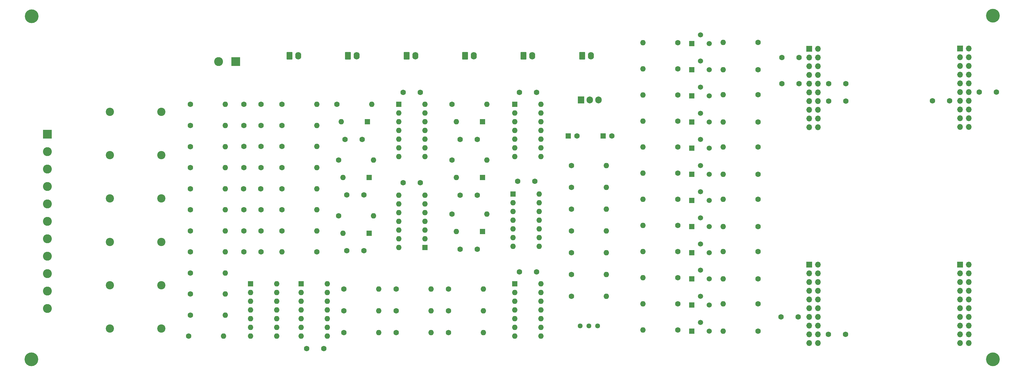
<source format=gbr>
%TF.GenerationSoftware,KiCad,Pcbnew,7.0.7*%
%TF.CreationDate,2023-09-20T11:02:49-05:00*%
%TF.ProjectId,SCR,5343522e-6b69-4636-9164-5f7063625858,rev?*%
%TF.SameCoordinates,Original*%
%TF.FileFunction,Soldermask,Top*%
%TF.FilePolarity,Negative*%
%FSLAX46Y46*%
G04 Gerber Fmt 4.6, Leading zero omitted, Abs format (unit mm)*
G04 Created by KiCad (PCBNEW 7.0.7) date 2023-09-20 11:02:49*
%MOMM*%
%LPD*%
G01*
G04 APERTURE LIST*
G04 Aperture macros list*
%AMRoundRect*
0 Rectangle with rounded corners*
0 $1 Rounding radius*
0 $2 $3 $4 $5 $6 $7 $8 $9 X,Y pos of 4 corners*
0 Add a 4 corners polygon primitive as box body*
4,1,4,$2,$3,$4,$5,$6,$7,$8,$9,$2,$3,0*
0 Add four circle primitives for the rounded corners*
1,1,$1+$1,$2,$3*
1,1,$1+$1,$4,$5*
1,1,$1+$1,$6,$7*
1,1,$1+$1,$8,$9*
0 Add four rect primitives between the rounded corners*
20,1,$1+$1,$2,$3,$4,$5,0*
20,1,$1+$1,$4,$5,$6,$7,0*
20,1,$1+$1,$6,$7,$8,$9,0*
20,1,$1+$1,$8,$9,$2,$3,0*%
G04 Aperture macros list end*
%ADD10C,1.600000*%
%ADD11O,1.600000X1.600000*%
%ADD12R,1.600000X1.600000*%
%ADD13R,1.905000X2.000000*%
%ADD14O,1.905000X2.000000*%
%ADD15R,1.500000X1.500000*%
%ADD16C,1.500000*%
%ADD17R,2.600000X2.600000*%
%ADD18C,2.600000*%
%ADD19R,1.700000X1.700000*%
%ADD20O,1.700000X1.700000*%
%ADD21C,4.000000*%
%ADD22C,2.400000*%
%ADD23RoundRect,0.250000X-0.620000X-0.845000X0.620000X-0.845000X0.620000X0.845000X-0.620000X0.845000X0*%
%ADD24O,1.740000X2.190000*%
%ADD25C,1.440000*%
G04 APERTURE END LIST*
D10*
%TO.C,R10*%
X119644000Y-173638629D03*
D11*
X129804000Y-173638629D03*
%TD*%
D10*
%TO.C,C8*%
X135168000Y-130556000D03*
X140168000Y-130556000D03*
%TD*%
%TO.C,R30*%
X162834000Y-134610000D03*
D11*
X172994000Y-134610000D03*
%TD*%
D10*
%TO.C,R54*%
X284988000Y-138684000D03*
D11*
X274828000Y-138684000D03*
%TD*%
D10*
%TO.C,C13*%
X140168000Y-161354267D03*
X135168000Y-161354267D03*
%TD*%
D12*
%TO.C,D6*%
X171724000Y-155946000D03*
D11*
X164104000Y-155946000D03*
%TD*%
D13*
%TO.C,U8*%
X233415200Y-117064181D03*
D14*
X235955200Y-117064181D03*
X238495200Y-117064181D03*
%TD*%
D10*
%TO.C,R48*%
X261620000Y-115570000D03*
D11*
X251460000Y-115570000D03*
%TD*%
D10*
%TO.C,R47*%
X261620000Y-123190000D03*
D11*
X251460000Y-123190000D03*
%TD*%
D12*
%TO.C,D3*%
X204734000Y-123439000D03*
D11*
X197114000Y-123439000D03*
%TD*%
D12*
%TO.C,U4*%
X187960000Y-160020000D03*
D11*
X187960000Y-157480000D03*
X187960000Y-154940000D03*
X187960000Y-152400000D03*
X187960000Y-149860000D03*
X187960000Y-147320000D03*
X187960000Y-144780000D03*
X180340000Y-144780000D03*
X180340000Y-147320000D03*
X180340000Y-149860000D03*
X180340000Y-152400000D03*
X180340000Y-154940000D03*
X180340000Y-157480000D03*
X180340000Y-160020000D03*
%TD*%
D10*
%TO.C,R62*%
X284988000Y-169164000D03*
D11*
X274828000Y-169164000D03*
%TD*%
D10*
%TO.C,C10*%
X135128000Y-142927724D03*
X140128000Y-142927724D03*
%TD*%
%TO.C,R25*%
X179588000Y-178557000D03*
D11*
X189748000Y-178557000D03*
%TD*%
D10*
%TO.C,R52*%
X261620000Y-130802000D03*
D11*
X251460000Y-130802000D03*
%TD*%
D12*
%TO.C,D1*%
X171724000Y-139690000D03*
D11*
X164104000Y-139690000D03*
%TD*%
D10*
%TO.C,R61*%
X284988000Y-161274000D03*
D11*
X274828000Y-161274000D03*
%TD*%
D10*
%TO.C,R23*%
X164348000Y-184907000D03*
D11*
X174508000Y-184907000D03*
%TD*%
D15*
%TO.C,Q1*%
X265684000Y-108204000D03*
D16*
X268224000Y-105664000D03*
X270764000Y-108204000D03*
%TD*%
D10*
%TO.C,R55*%
X261620000Y-153662000D03*
D11*
X251460000Y-153662000D03*
%TD*%
D10*
%TO.C,R24*%
X179588000Y-172207000D03*
D11*
X189748000Y-172207000D03*
%TD*%
D17*
%TO.C,J8*%
X77998000Y-127067181D03*
D18*
X77998000Y-132147181D03*
X77998000Y-137227181D03*
X77998000Y-142307181D03*
X77998000Y-147387181D03*
X77998000Y-152467181D03*
X77998000Y-157547181D03*
X77998000Y-162627181D03*
X77998000Y-167707181D03*
X77998000Y-172787181D03*
X77998000Y-177867181D03*
%TD*%
D10*
%TO.C,C17*%
X169632000Y-128524000D03*
X164632000Y-128524000D03*
%TD*%
%TO.C,R32*%
X195844000Y-118359000D03*
D11*
X206004000Y-118359000D03*
%TD*%
D10*
%TO.C,R27*%
X194828000Y-172207000D03*
D11*
X204988000Y-172207000D03*
%TD*%
D10*
%TO.C,R56*%
X261620000Y-146042000D03*
D11*
X251460000Y-146042000D03*
%TD*%
D10*
%TO.C,C15*%
X153456000Y-189484000D03*
X158456000Y-189484000D03*
%TD*%
%TO.C,C20*%
X203160000Y-144780000D03*
X198160000Y-144780000D03*
%TD*%
D19*
%TO.C,J4-J2*%
X343789000Y-102065381D03*
D20*
X346329000Y-102065381D03*
X343789000Y-104605381D03*
X346329000Y-104605381D03*
X343789000Y-107145381D03*
X346329000Y-107145381D03*
X343789000Y-109685381D03*
X346329000Y-109685381D03*
X343789000Y-112225381D03*
X346329000Y-112225381D03*
X343789000Y-114765381D03*
X346329000Y-114765381D03*
X343789000Y-117305381D03*
X346329000Y-117305381D03*
X343789000Y-119845381D03*
X346329000Y-119845381D03*
X343789000Y-122385381D03*
X346329000Y-122385381D03*
X343789000Y-124925381D03*
X346329000Y-124925381D03*
%TD*%
D10*
%TO.C,R31*%
X162316000Y-118359000D03*
D11*
X172476000Y-118359000D03*
%TD*%
D15*
%TO.C,Q12*%
X265684000Y-176784000D03*
D16*
X268224000Y-174244000D03*
X270764000Y-176784000D03*
%TD*%
D15*
%TO.C,Q11*%
X265684000Y-184404000D03*
D16*
X268224000Y-181864000D03*
X270764000Y-184404000D03*
%TD*%
D10*
%TO.C,C9*%
X135168000Y-136785543D03*
X140168000Y-136785543D03*
%TD*%
%TO.C,R33*%
X195844000Y-150363000D03*
D11*
X206004000Y-150363000D03*
%TD*%
D10*
%TO.C,C30*%
X186624000Y-114818000D03*
X181624000Y-114818000D03*
%TD*%
D12*
%TO.C,U2*%
X151912000Y-170678000D03*
D11*
X151912000Y-173218000D03*
X151912000Y-175758000D03*
X151912000Y-178298000D03*
X151912000Y-180838000D03*
X151912000Y-183378000D03*
X151912000Y-185918000D03*
X159532000Y-185918000D03*
X159532000Y-183378000D03*
X159532000Y-180838000D03*
X159532000Y-178298000D03*
X159532000Y-175758000D03*
X159532000Y-173218000D03*
X159532000Y-170678000D03*
%TD*%
D21*
%TO.C,REF\u002A\u002A*%
X353360000Y-92524000D03*
%TD*%
D10*
%TO.C,C31*%
X181604000Y-141198000D03*
X186604000Y-141198000D03*
%TD*%
D12*
%TO.C,D4*%
X204734000Y-155443000D03*
D11*
X197114000Y-155443000D03*
%TD*%
D22*
%TO.C,C2*%
X111126000Y-145780499D03*
X96126000Y-145780499D03*
%TD*%
D10*
%TO.C,R35*%
X162834000Y-150866000D03*
D11*
X172994000Y-150866000D03*
%TD*%
D10*
%TO.C,R19*%
X146304000Y-155212086D03*
D11*
X156464000Y-155212086D03*
%TD*%
D10*
%TO.C,R44*%
X261620000Y-100330000D03*
D11*
X251460000Y-100330000D03*
%TD*%
D22*
%TO.C,C1*%
X111126000Y-120508833D03*
X96126000Y-120508833D03*
%TD*%
D19*
%TO.C,J8-J6*%
X343789000Y-165090381D03*
D20*
X346329000Y-165090381D03*
X343789000Y-167630381D03*
X346329000Y-167630381D03*
X343789000Y-170170381D03*
X346329000Y-170170381D03*
X343789000Y-172710381D03*
X346329000Y-172710381D03*
X343789000Y-175250381D03*
X346329000Y-175250381D03*
X343789000Y-177790381D03*
X346329000Y-177790381D03*
X343789000Y-180330381D03*
X346329000Y-180330381D03*
X343789000Y-182870381D03*
X346329000Y-182870381D03*
X343789000Y-185410381D03*
X346329000Y-185410381D03*
X343789000Y-187950381D03*
X346329000Y-187950381D03*
%TD*%
D10*
%TO.C,C33*%
X219924000Y-140716000D03*
X214924000Y-140716000D03*
%TD*%
%TO.C,R39*%
X230632000Y-161544000D03*
D11*
X240792000Y-161544000D03*
%TD*%
D10*
%TO.C,C34*%
X220432000Y-167132000D03*
X215432000Y-167132000D03*
%TD*%
%TO.C,R11*%
X119136000Y-185923000D03*
D11*
X129296000Y-185923000D03*
%TD*%
D12*
%TO.C,U1*%
X137180000Y-170678000D03*
D11*
X137180000Y-173218000D03*
X137180000Y-175758000D03*
X137180000Y-178298000D03*
X137180000Y-180838000D03*
X137180000Y-183378000D03*
X137180000Y-185918000D03*
X144800000Y-185918000D03*
X144800000Y-183378000D03*
X144800000Y-180838000D03*
X144800000Y-178298000D03*
X144800000Y-175758000D03*
X144800000Y-173218000D03*
X144800000Y-170678000D03*
%TD*%
D15*
%TO.C,Q9*%
X265684000Y-169164000D03*
D16*
X268224000Y-166624000D03*
X270764000Y-169164000D03*
%TD*%
D10*
%TO.C,R2*%
X119644000Y-142927724D03*
D11*
X129804000Y-142927724D03*
%TD*%
D22*
%TO.C,C4*%
X111126000Y-171052165D03*
X96126000Y-171052165D03*
%TD*%
D19*
%TO.C,J1-J3*%
X299861600Y-102115381D03*
D20*
X302401600Y-102115381D03*
X299861600Y-104655381D03*
X302401600Y-104655381D03*
X299861600Y-107195381D03*
X302401600Y-107195381D03*
X299861600Y-109735381D03*
X302401600Y-109735381D03*
X299861600Y-112275381D03*
X302401600Y-112275381D03*
X299861600Y-114815381D03*
X302401600Y-114815381D03*
X299861600Y-117355381D03*
X302401600Y-117355381D03*
X299861600Y-119895381D03*
X302401600Y-119895381D03*
X299861600Y-122435381D03*
X302401600Y-122435381D03*
X299861600Y-124975381D03*
X302401600Y-124975381D03*
%TD*%
D10*
%TO.C,C18*%
X203160000Y-128524000D03*
X198160000Y-128524000D03*
%TD*%
%TO.C,C24*%
X291672000Y-180330381D03*
X296672000Y-180330381D03*
%TD*%
%TO.C,R28*%
X194828000Y-178557000D03*
D11*
X204988000Y-178557000D03*
%TD*%
D21*
%TO.C,REF\u002A\u002A*%
X353360000Y-192624000D03*
%TD*%
D10*
%TO.C,R40*%
X230632000Y-167894000D03*
D11*
X240792000Y-167894000D03*
%TD*%
D10*
%TO.C,R60*%
X261620000Y-161282000D03*
D11*
X251460000Y-161282000D03*
%TD*%
D10*
%TO.C,R42*%
X230632000Y-174244000D03*
D11*
X240792000Y-174244000D03*
%TD*%
D10*
%TO.C,C16*%
X170140000Y-144770000D03*
X165140000Y-144770000D03*
%TD*%
%TO.C,C21*%
X170140000Y-161026000D03*
X165140000Y-161026000D03*
%TD*%
D15*
%TO.C,Q10*%
X265684000Y-161544000D03*
D16*
X268224000Y-159004000D03*
X270764000Y-161544000D03*
%TD*%
D10*
%TO.C,R18*%
X146304000Y-124501181D03*
D11*
X156464000Y-124501181D03*
%TD*%
D10*
%TO.C,R7*%
X119644000Y-124501181D03*
D11*
X129804000Y-124501181D03*
%TD*%
D10*
%TO.C,R43*%
X261620000Y-107950000D03*
D11*
X251460000Y-107950000D03*
%TD*%
D10*
%TO.C,R17*%
X146304000Y-149069905D03*
D11*
X156464000Y-149069905D03*
%TD*%
D23*
%TO.C,J6*%
X148478000Y-104217181D03*
D24*
X151018000Y-104217181D03*
%TD*%
D12*
%TO.C,U6*%
X213624000Y-144521000D03*
D11*
X213624000Y-147061000D03*
X213624000Y-149601000D03*
X213624000Y-152141000D03*
X213624000Y-154681000D03*
X213624000Y-157221000D03*
X213624000Y-159761000D03*
X221244000Y-159761000D03*
X221244000Y-157221000D03*
X221244000Y-154681000D03*
X221244000Y-152141000D03*
X221244000Y-149601000D03*
X221244000Y-147061000D03*
X221244000Y-144521000D03*
%TD*%
D17*
%TO.C,J7*%
X132812000Y-105862000D03*
D18*
X127812000Y-105862000D03*
%TD*%
D10*
%TO.C,R6*%
X119644000Y-130643362D03*
D11*
X129804000Y-130643362D03*
%TD*%
D23*
%TO.C,J1*%
X233728000Y-104217181D03*
D24*
X236268000Y-104217181D03*
%TD*%
D21*
%TO.C,REF\u002A\u002A*%
X73360000Y-92624000D03*
%TD*%
D10*
%TO.C,R13*%
X146304000Y-118359000D03*
D11*
X156464000Y-118359000D03*
%TD*%
D10*
%TO.C,R5*%
X119644000Y-179780810D03*
D11*
X129804000Y-179780810D03*
%TD*%
D10*
%TO.C,C12*%
X135168000Y-124501181D03*
X140168000Y-124501181D03*
%TD*%
%TO.C,C7*%
X140198000Y-118359000D03*
X135198000Y-118359000D03*
%TD*%
%TO.C,R45*%
X284988000Y-100322000D03*
D11*
X274828000Y-100322000D03*
%TD*%
D10*
%TO.C,R65*%
X284988000Y-176514000D03*
D11*
X274828000Y-176514000D03*
%TD*%
D10*
%TO.C,C26*%
X335729600Y-117305381D03*
X340729600Y-117305381D03*
%TD*%
D23*
%TO.C,J4*%
X216678000Y-104217181D03*
D24*
X219218000Y-104217181D03*
%TD*%
D10*
%TO.C,R64*%
X261620000Y-176522000D03*
D11*
X251460000Y-176522000D03*
%TD*%
D10*
%TO.C,R37*%
X230632000Y-148844000D03*
D11*
X240792000Y-148844000D03*
%TD*%
D22*
%TO.C,C6*%
X111126000Y-133144666D03*
X96126000Y-133144666D03*
%TD*%
D12*
%TO.C,D5*%
X204734000Y-139695000D03*
D11*
X197114000Y-139695000D03*
%TD*%
D22*
%TO.C,C3*%
X111126000Y-158416332D03*
X96126000Y-158416332D03*
%TD*%
D10*
%TO.C,R1*%
X119644000Y-118359000D03*
D11*
X129804000Y-118359000D03*
%TD*%
D10*
%TO.C,C23*%
X310500400Y-112275381D03*
X305500400Y-112275381D03*
%TD*%
D15*
%TO.C,Q3*%
X265684000Y-123444000D03*
D16*
X268224000Y-120904000D03*
X270764000Y-123444000D03*
%TD*%
D10*
%TO.C,R29*%
X194828000Y-184907000D03*
D11*
X204988000Y-184907000D03*
%TD*%
D10*
%TO.C,R12*%
X119644000Y-136785543D03*
D11*
X129804000Y-136785543D03*
%TD*%
D23*
%TO.C,J2*%
X182578000Y-104217181D03*
D24*
X185118000Y-104217181D03*
%TD*%
D15*
%TO.C,Q8*%
X265684000Y-146304000D03*
D16*
X268224000Y-143764000D03*
X270764000Y-146304000D03*
%TD*%
D19*
%TO.C,J5-J7*%
X299861600Y-165090381D03*
D20*
X302401600Y-165090381D03*
X299861600Y-167630381D03*
X302401600Y-167630381D03*
X299861600Y-170170381D03*
X302401600Y-170170381D03*
X299861600Y-172710381D03*
X302401600Y-172710381D03*
X299861600Y-175250381D03*
X302401600Y-175250381D03*
X299861600Y-177790381D03*
X302401600Y-177790381D03*
X299861600Y-180330381D03*
X302401600Y-180330381D03*
X299861600Y-182870381D03*
X302401600Y-182870381D03*
X299861600Y-185410381D03*
X302401600Y-185410381D03*
X299861600Y-187950381D03*
X302401600Y-187950381D03*
%TD*%
D15*
%TO.C,Q5*%
X265684000Y-138684000D03*
D16*
X268224000Y-136144000D03*
X270764000Y-138684000D03*
%TD*%
D10*
%TO.C,R20*%
X156464000Y-161354267D03*
D11*
X146304000Y-161354267D03*
%TD*%
D10*
%TO.C,R36*%
X230632000Y-142494000D03*
D11*
X240792000Y-142494000D03*
%TD*%
D10*
%TO.C,R15*%
X146304000Y-136785543D03*
D11*
X156464000Y-136785543D03*
%TD*%
D10*
%TO.C,R9*%
X119644000Y-161354267D03*
D11*
X129804000Y-161354267D03*
%TD*%
D10*
%TO.C,R46*%
X284988000Y-108204000D03*
D11*
X274828000Y-108204000D03*
%TD*%
D23*
%TO.C,J5*%
X199628000Y-104217181D03*
D24*
X202168000Y-104217181D03*
%TD*%
D25*
%TO.C,RV1*%
X238252000Y-182880000D03*
X235712000Y-182880000D03*
X233172000Y-182880000D03*
%TD*%
D10*
%TO.C,R22*%
X164348000Y-178557000D03*
D11*
X174508000Y-178557000D03*
%TD*%
D10*
%TO.C,C29*%
X305500400Y-117355381D03*
X310500400Y-117355381D03*
%TD*%
%TO.C,R58*%
X284988000Y-153924000D03*
D11*
X274828000Y-153924000D03*
%TD*%
D12*
%TO.C,C35*%
X229713621Y-127508000D03*
D10*
X232213621Y-127508000D03*
%TD*%
%TO.C,C11*%
X135168000Y-149069905D03*
X140168000Y-149069905D03*
%TD*%
%TO.C,R50*%
X284988000Y-123444000D03*
D11*
X274828000Y-123444000D03*
%TD*%
D10*
%TO.C,C19*%
X203160000Y-160528000D03*
X198160000Y-160528000D03*
%TD*%
%TO.C,C28*%
X354394800Y-114765381D03*
X349394800Y-114765381D03*
%TD*%
%TO.C,R49*%
X284988000Y-115562000D03*
D11*
X274828000Y-115562000D03*
%TD*%
D12*
%TO.C,U7*%
X214132000Y-170683000D03*
D11*
X214132000Y-173223000D03*
X214132000Y-175763000D03*
X214132000Y-178303000D03*
X214132000Y-180843000D03*
X214132000Y-183383000D03*
X214132000Y-185923000D03*
X221752000Y-185923000D03*
X221752000Y-183383000D03*
X221752000Y-180843000D03*
X221752000Y-178303000D03*
X221752000Y-175763000D03*
X221752000Y-173223000D03*
X221752000Y-170683000D03*
%TD*%
D15*
%TO.C,Q4*%
X265684000Y-115824000D03*
D16*
X268224000Y-113284000D03*
X270764000Y-115824000D03*
%TD*%
D10*
%TO.C,R8*%
X119644000Y-149069905D03*
D11*
X129804000Y-149069905D03*
%TD*%
D10*
%TO.C,R57*%
X284988000Y-146034000D03*
D11*
X274828000Y-146034000D03*
%TD*%
D22*
%TO.C,C5*%
X111126000Y-183688000D03*
X96126000Y-183688000D03*
%TD*%
D10*
%TO.C,R41*%
X230632000Y-155194000D03*
D11*
X240792000Y-155194000D03*
%TD*%
D10*
%TO.C,R34*%
X195844000Y-134615000D03*
D11*
X206004000Y-134615000D03*
%TD*%
D10*
%TO.C,C32*%
X220432000Y-114808000D03*
X215432000Y-114808000D03*
%TD*%
%TO.C,R3*%
X119644000Y-155212086D03*
D11*
X129804000Y-155212086D03*
%TD*%
D10*
%TO.C,R4*%
X119644000Y-167496448D03*
D11*
X129804000Y-167496448D03*
%TD*%
D12*
%TO.C,U5*%
X214132000Y-118359000D03*
D11*
X214132000Y-120899000D03*
X214132000Y-123439000D03*
X214132000Y-125979000D03*
X214132000Y-128519000D03*
X214132000Y-131059000D03*
X214132000Y-133599000D03*
X221752000Y-133599000D03*
X221752000Y-131059000D03*
X221752000Y-128519000D03*
X221752000Y-125979000D03*
X221752000Y-123439000D03*
X221752000Y-120899000D03*
X221752000Y-118359000D03*
%TD*%
D10*
%TO.C,R26*%
X179588000Y-184907000D03*
D11*
X189748000Y-184907000D03*
%TD*%
D10*
%TO.C,C27*%
X310449600Y-185410381D03*
X305449600Y-185410381D03*
%TD*%
%TO.C,R14*%
X146304000Y-130556000D03*
D11*
X156464000Y-130556000D03*
%TD*%
D10*
%TO.C,R51*%
X261620000Y-138422000D03*
D11*
X251460000Y-138422000D03*
%TD*%
D12*
%TO.C,U3*%
X180360000Y-118354000D03*
D11*
X180360000Y-120894000D03*
X180360000Y-123434000D03*
X180360000Y-125974000D03*
X180360000Y-128514000D03*
X180360000Y-131054000D03*
X180360000Y-133594000D03*
X187980000Y-133594000D03*
X187980000Y-131054000D03*
X187980000Y-128514000D03*
X187980000Y-125974000D03*
X187980000Y-123434000D03*
X187980000Y-120894000D03*
X187980000Y-118354000D03*
%TD*%
D10*
%TO.C,R59*%
X261620000Y-168902000D03*
D11*
X251460000Y-168902000D03*
%TD*%
D12*
%TO.C,C36*%
X239873621Y-127508000D03*
D10*
X242373621Y-127508000D03*
%TD*%
%TO.C,C22*%
X291926000Y-112275381D03*
X296926000Y-112275381D03*
%TD*%
%TO.C,C25*%
X291926000Y-104655381D03*
X296926000Y-104655381D03*
%TD*%
D15*
%TO.C,Q6*%
X265684000Y-131064000D03*
D16*
X268224000Y-128524000D03*
X270764000Y-131064000D03*
%TD*%
D10*
%TO.C,R66*%
X284988000Y-184404000D03*
D11*
X274828000Y-184404000D03*
%TD*%
D15*
%TO.C,Q2*%
X265684000Y-100584000D03*
D16*
X268224000Y-98044000D03*
X270764000Y-100584000D03*
%TD*%
D10*
%TO.C,R38*%
X230632000Y-136144000D03*
D11*
X240792000Y-136144000D03*
%TD*%
D10*
%TO.C,R21*%
X164348000Y-172207000D03*
D11*
X174508000Y-172207000D03*
%TD*%
D10*
%TO.C,C14*%
X140168000Y-155212086D03*
X135168000Y-155212086D03*
%TD*%
D21*
%TO.C,REF\u002A\u002A*%
X73260000Y-192624000D03*
%TD*%
D23*
%TO.C,J3*%
X165528000Y-104217181D03*
D24*
X168068000Y-104217181D03*
%TD*%
D15*
%TO.C,Q7*%
X265684000Y-153924000D03*
D16*
X268224000Y-151384000D03*
X270764000Y-153924000D03*
%TD*%
D10*
%TO.C,R63*%
X261620000Y-184142000D03*
D11*
X251460000Y-184142000D03*
%TD*%
D10*
%TO.C,R53*%
X284988000Y-130794000D03*
D11*
X274828000Y-130794000D03*
%TD*%
D10*
%TO.C,R16*%
X146304000Y-142927724D03*
D11*
X156464000Y-142927724D03*
%TD*%
D12*
%TO.C,D2*%
X171206000Y-123439000D03*
D11*
X163586000Y-123439000D03*
%TD*%
M02*

</source>
